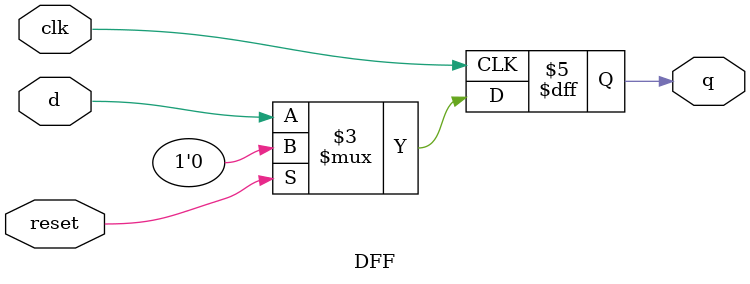
<source format=sv>
`timescale 1ns / 1ps


module DFF(
    input logic d, clk, reset,
    output logic q
    );
    always_ff@(posedge clk)
    begin
        if (reset)
            q <= 0;
        else
            q <= d;
    end
endmodule

</source>
